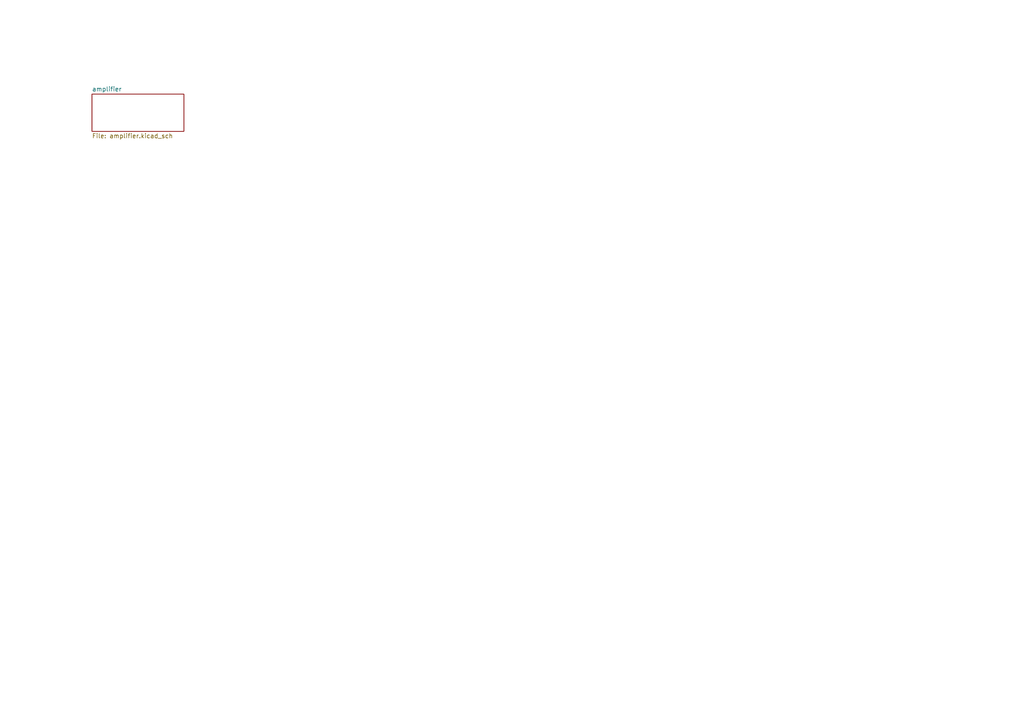
<source format=kicad_sch>
(kicad_sch (version 20230121) (generator eeschema)
  (paper "A4")
  (lib_symbols)
  (sheet (at 26.67 27.305) (size 26.67 10.795) (stroke (width 0.1524))
    (property "Sheetname" "amplifier" (at 26.67 26.5934 0) (effects (justify left bottom)))
    (property "Sheetfile" "amplifier.kicad_sch" (at 26.67 38.6846 0) (effects (justify left top)))
  )
)
</source>
